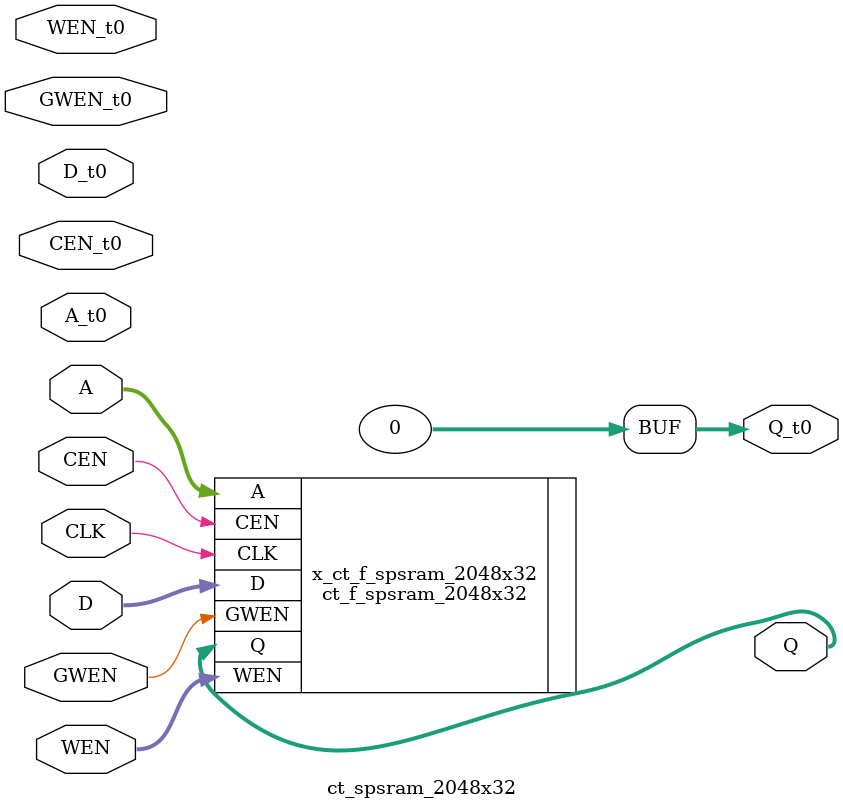
<source format=v>
/*Copyright 2019-2021 T-Head Semiconductor Co., Ltd.

Licensed under the Apache License, Version 2.0 (the "License");
you may not use this file except in compliance with the License.
You may obtain a copy of the License at

    http://www.apache.org/licenses/LICENSE-2.0

Unless required by applicable law or agreed to in writing, software
distributed under the License is distributed on an "AS IS" BASIS,
WITHOUT WARRANTIES OR CONDITIONS OF ANY KIND, either express or implied.
See the License for the specific language governing permissions and
limitations under the License.
*/

// &ModuleBeg; @22
module ct_spsram_2048x32(
A,
A_t0,
CEN,
CEN_t0,
CLK,
D,
D_t0,
GWEN,
GWEN_t0,
Q,
Q_t0,
WEN,
WEN_t0
);

input   [10:0]  A_t0;   
input           CEN_t0; 
input   [31:0]  D_t0;   
input           GWEN_t0; 
output  [31:0]  Q_t0;   
input   [31:0]  WEN_t0; 
wire    [10:0]  A_t0;   
wire            CEN_t0; 
wire    [31:0]  D_t0;   
wire            GWEN_t0; 
wire    [31:0]  Q_t0;   
wire    [31:0]  WEN_t0; 
assign Q_t0 = '0;

// &Ports; @23
input   [10:0]  A;   
input           CEN; 
input           CLK; 
input   [31:0]  D;   
input           GWEN; 
input   [31:0]  WEN; 
output  [31:0]  Q;   

// &Regs; @24

// &Wires; @25
wire    [10:0]  A;   
wire            CEN; 
wire            CLK; 
wire    [31:0]  D;   
wire            GWEN; 
wire    [31:0]  Q;   
wire    [31:0]  WEN; 


//**********************************************************
//                  Parameter Definition
//**********************************************************
parameter ADDR_WIDTH = 11;
parameter DATA_WIDTH = 32;
parameter WE_WIDTH   = 32;

// &Force("bus","Q",DATA_WIDTH-1,0); @34
// &Force("bus","WEN",WE_WIDTH-1,0); @35
// &Force("bus","A",ADDR_WIDTH-1,0); @36
// &Force("bus","D",DATA_WIDTH-1,0); @37

  //********************************************************
  //*                        FPGA memory                   *
  //********************************************************
  //{WEN[31:24],WEN[23:16],WEN[15:8],WEN[7:0]}
//   &Instance("ct_f_spsram_2048x32"); @44
ct_f_spsram_2048x32  x_ct_f_spsram_2048x32 (
  .A    (A   ),
  .CEN  (CEN ),
  .CLK  (CLK ),
  .D    (D   ),
  .GWEN (GWEN),
  .Q    (Q   ),
  .WEN  (WEN )
);

//   &Instance("ct_tsmc_spsram_2048x32"); @50

// &ModuleEnd; @66
endmodule



</source>
